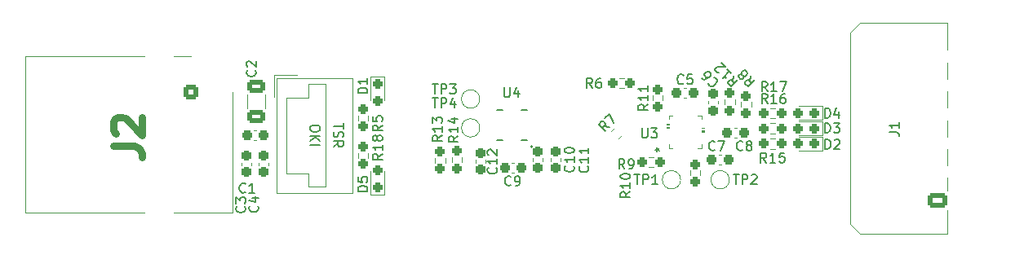
<source format=gto>
G04 #@! TF.GenerationSoftware,KiCad,Pcbnew,(6.0.8)*
G04 #@! TF.CreationDate,2022-11-19T16:18:39-06:00*
G04 #@! TF.ProjectId,NavBoard_Hardware,4e617642-6f61-4726-945f-486172647761,rev?*
G04 #@! TF.SameCoordinates,Original*
G04 #@! TF.FileFunction,Legend,Top*
G04 #@! TF.FilePolarity,Positive*
%FSLAX46Y46*%
G04 Gerber Fmt 4.6, Leading zero omitted, Abs format (unit mm)*
G04 Created by KiCad (PCBNEW (6.0.8)) date 2022-11-19 16:18:39*
%MOMM*%
%LPD*%
G01*
G04 APERTURE LIST*
G04 Aperture macros list*
%AMRoundRect*
0 Rectangle with rounded corners*
0 $1 Rounding radius*
0 $2 $3 $4 $5 $6 $7 $8 $9 X,Y pos of 4 corners*
0 Add a 4 corners polygon primitive as box body*
4,1,4,$2,$3,$4,$5,$6,$7,$8,$9,$2,$3,0*
0 Add four circle primitives for the rounded corners*
1,1,$1+$1,$2,$3*
1,1,$1+$1,$4,$5*
1,1,$1+$1,$6,$7*
1,1,$1+$1,$8,$9*
0 Add four rect primitives between the rounded corners*
20,1,$1+$1,$2,$3,$4,$5,0*
20,1,$1+$1,$4,$5,$6,$7,0*
20,1,$1+$1,$6,$7,$8,$9,0*
20,1,$1+$1,$8,$9,$2,$3,0*%
G04 Aperture macros list end*
%ADD10C,0.150000*%
%ADD11C,0.750000*%
%ADD12C,0.120000*%
%ADD13C,0.100000*%
%ADD14C,0.127000*%
%ADD15C,0.200000*%
%ADD16RoundRect,0.237500X-0.237500X0.250000X-0.237500X-0.250000X0.237500X-0.250000X0.237500X0.250000X0*%
%ADD17RoundRect,0.237500X0.300000X0.237500X-0.300000X0.237500X-0.300000X-0.237500X0.300000X-0.237500X0*%
%ADD18C,1.500000*%
%ADD19RoundRect,0.237500X-0.250000X-0.237500X0.250000X-0.237500X0.250000X0.237500X-0.250000X0.237500X0*%
%ADD20R,1.800000X1.800000*%
%ADD21C,1.800000*%
%ADD22R,0.228600X0.875000*%
%ADD23R,0.228600X1.000000*%
%ADD24R,0.850000X0.228600*%
%ADD25R,1.000000X0.228600*%
%ADD26R,0.228600X0.850000*%
%ADD27R,0.875000X0.228600*%
%ADD28RoundRect,0.237500X-0.300000X-0.237500X0.300000X-0.237500X0.300000X0.237500X-0.300000X0.237500X0*%
%ADD29RoundRect,0.237500X-0.237500X0.300000X-0.237500X-0.300000X0.237500X-0.300000X0.237500X0.300000X0*%
%ADD30RoundRect,0.250000X-0.650000X0.412500X-0.650000X-0.412500X0.650000X-0.412500X0.650000X0.412500X0*%
%ADD31RoundRect,0.237500X0.237500X-0.287500X0.237500X0.287500X-0.237500X0.287500X-0.237500X-0.287500X0*%
%ADD32R,1.200000X0.350000*%
%ADD33R,0.350000X1.200000*%
%ADD34C,6.000000*%
%ADD35RoundRect,0.237500X0.287500X0.237500X-0.287500X0.237500X-0.287500X-0.237500X0.287500X-0.237500X0*%
%ADD36RoundRect,0.237500X0.237500X-0.250000X0.237500X0.250000X-0.237500X0.250000X-0.237500X-0.250000X0*%
%ADD37RoundRect,0.237500X0.250000X0.237500X-0.250000X0.237500X-0.250000X-0.237500X0.250000X-0.237500X0*%
%ADD38RoundRect,0.237500X0.237500X-0.300000X0.237500X0.300000X-0.237500X0.300000X-0.237500X-0.300000X0*%
%ADD39C,3.000000*%
%ADD40RoundRect,0.250001X0.759999X-0.499999X0.759999X0.499999X-0.759999X0.499999X-0.759999X-0.499999X0*%
%ADD41O,2.020000X1.500000*%
%ADD42C,3.250000*%
%ADD43RoundRect,0.250500X-0.499500X0.499500X-0.499500X-0.499500X0.499500X-0.499500X0.499500X0.499500X0*%
%ADD44C,2.500000*%
%ADD45RoundRect,0.237500X0.008839X0.344715X-0.344715X-0.008839X-0.008839X-0.344715X0.344715X0.008839X0*%
%ADD46RoundRect,0.237500X-0.237500X0.287500X-0.237500X-0.287500X0.237500X-0.287500X0.237500X0.287500X0*%
%ADD47R,1.600000X1.600000*%
%ADD48C,1.600000*%
%ADD49R,1.300000X1.300000*%
%ADD50C,1.300000*%
%ADD51C,5.080000*%
G04 APERTURE END LIST*
D10*
X155702380Y-103592857D02*
X155226190Y-103926190D01*
X155702380Y-104164285D02*
X154702380Y-104164285D01*
X154702380Y-103783333D01*
X154750000Y-103688095D01*
X154797619Y-103640476D01*
X154892857Y-103592857D01*
X155035714Y-103592857D01*
X155130952Y-103640476D01*
X155178571Y-103688095D01*
X155226190Y-103783333D01*
X155226190Y-104164285D01*
X155702380Y-102640476D02*
X155702380Y-103211904D01*
X155702380Y-102926190D02*
X154702380Y-102926190D01*
X154845238Y-103021428D01*
X154940476Y-103116666D01*
X154988095Y-103211904D01*
X154702380Y-102021428D02*
X154702380Y-101926190D01*
X154750000Y-101830952D01*
X154797619Y-101783333D01*
X154892857Y-101735714D01*
X155083333Y-101688095D01*
X155321428Y-101688095D01*
X155511904Y-101735714D01*
X155607142Y-101783333D01*
X155654761Y-101830952D01*
X155702380Y-101926190D01*
X155702380Y-102021428D01*
X155654761Y-102116666D01*
X155607142Y-102164285D01*
X155511904Y-102211904D01*
X155321428Y-102259523D01*
X155083333Y-102259523D01*
X154892857Y-102211904D01*
X154797619Y-102164285D01*
X154750000Y-102116666D01*
X154702380Y-102021428D01*
X161233333Y-92307142D02*
X161185714Y-92354761D01*
X161042857Y-92402380D01*
X160947619Y-92402380D01*
X160804761Y-92354761D01*
X160709523Y-92259523D01*
X160661904Y-92164285D01*
X160614285Y-91973809D01*
X160614285Y-91830952D01*
X160661904Y-91640476D01*
X160709523Y-91545238D01*
X160804761Y-91450000D01*
X160947619Y-91402380D01*
X161042857Y-91402380D01*
X161185714Y-91450000D01*
X161233333Y-91497619D01*
X162138095Y-91402380D02*
X161661904Y-91402380D01*
X161614285Y-91878571D01*
X161661904Y-91830952D01*
X161757142Y-91783333D01*
X161995238Y-91783333D01*
X162090476Y-91830952D01*
X162138095Y-91878571D01*
X162185714Y-91973809D01*
X162185714Y-92211904D01*
X162138095Y-92307142D01*
X162090476Y-92354761D01*
X161995238Y-92402380D01*
X161757142Y-92402380D01*
X161661904Y-92354761D01*
X161614285Y-92307142D01*
X135188095Y-92402380D02*
X135759523Y-92402380D01*
X135473809Y-93402380D02*
X135473809Y-92402380D01*
X136092857Y-93402380D02*
X136092857Y-92402380D01*
X136473809Y-92402380D01*
X136569047Y-92450000D01*
X136616666Y-92497619D01*
X136664285Y-92592857D01*
X136664285Y-92735714D01*
X136616666Y-92830952D01*
X136569047Y-92878571D01*
X136473809Y-92926190D01*
X136092857Y-92926190D01*
X136997619Y-92402380D02*
X137616666Y-92402380D01*
X137283333Y-92783333D01*
X137426190Y-92783333D01*
X137521428Y-92830952D01*
X137569047Y-92878571D01*
X137616666Y-92973809D01*
X137616666Y-93211904D01*
X137569047Y-93307142D01*
X137521428Y-93354761D01*
X137426190Y-93402380D01*
X137140476Y-93402380D01*
X137045238Y-93354761D01*
X136997619Y-93307142D01*
X169957142Y-93152380D02*
X169623809Y-92676190D01*
X169385714Y-93152380D02*
X169385714Y-92152380D01*
X169766666Y-92152380D01*
X169861904Y-92200000D01*
X169909523Y-92247619D01*
X169957142Y-92342857D01*
X169957142Y-92485714D01*
X169909523Y-92580952D01*
X169861904Y-92628571D01*
X169766666Y-92676190D01*
X169385714Y-92676190D01*
X170909523Y-93152380D02*
X170338095Y-93152380D01*
X170623809Y-93152380D02*
X170623809Y-92152380D01*
X170528571Y-92295238D01*
X170433333Y-92390476D01*
X170338095Y-92438095D01*
X171242857Y-92152380D02*
X171909523Y-92152380D01*
X171480952Y-93152380D01*
X125927619Y-96475595D02*
X125927619Y-97047023D01*
X124927619Y-96761309D02*
X125927619Y-96761309D01*
X124975238Y-97332738D02*
X124927619Y-97475595D01*
X124927619Y-97713690D01*
X124975238Y-97808928D01*
X125022857Y-97856547D01*
X125118095Y-97904166D01*
X125213333Y-97904166D01*
X125308571Y-97856547D01*
X125356190Y-97808928D01*
X125403809Y-97713690D01*
X125451428Y-97523214D01*
X125499047Y-97427976D01*
X125546666Y-97380357D01*
X125641904Y-97332738D01*
X125737142Y-97332738D01*
X125832380Y-97380357D01*
X125880000Y-97427976D01*
X125927619Y-97523214D01*
X125927619Y-97761309D01*
X125880000Y-97904166D01*
X124927619Y-98904166D02*
X125403809Y-98570833D01*
X124927619Y-98332738D02*
X125927619Y-98332738D01*
X125927619Y-98713690D01*
X125880000Y-98808928D01*
X125832380Y-98856547D01*
X125737142Y-98904166D01*
X125594285Y-98904166D01*
X125499047Y-98856547D01*
X125451428Y-98808928D01*
X125403809Y-98713690D01*
X125403809Y-98332738D01*
X123527619Y-96904166D02*
X123527619Y-97094642D01*
X123480000Y-97189880D01*
X123384761Y-97285119D01*
X123194285Y-97332738D01*
X122860952Y-97332738D01*
X122670476Y-97285119D01*
X122575238Y-97189880D01*
X122527619Y-97094642D01*
X122527619Y-96904166D01*
X122575238Y-96808928D01*
X122670476Y-96713690D01*
X122860952Y-96666071D01*
X123194285Y-96666071D01*
X123384761Y-96713690D01*
X123480000Y-96808928D01*
X123527619Y-96904166D01*
X122527619Y-97761309D02*
X123527619Y-97761309D01*
X122527619Y-98332738D02*
X123099047Y-97904166D01*
X123527619Y-98332738D02*
X122956190Y-97761309D01*
X122527619Y-98761309D02*
X123527619Y-98761309D01*
X156938095Y-96990950D02*
X156938095Y-97800474D01*
X156985714Y-97895712D01*
X157033333Y-97943331D01*
X157128571Y-97990950D01*
X157319047Y-97990950D01*
X157414285Y-97943331D01*
X157461904Y-97895712D01*
X157509523Y-97800474D01*
X157509523Y-96990950D01*
X157890476Y-96990950D02*
X158509523Y-96990950D01*
X158176190Y-97371903D01*
X158319047Y-97371903D01*
X158414285Y-97419522D01*
X158461904Y-97467141D01*
X158509523Y-97562379D01*
X158509523Y-97800474D01*
X158461904Y-97895712D01*
X158414285Y-97943331D01*
X158319047Y-97990950D01*
X158033333Y-97990950D01*
X157938095Y-97943331D01*
X157890476Y-97895712D01*
X158302380Y-99200000D02*
X158540476Y-99200000D01*
X158445238Y-99438095D02*
X158540476Y-99200000D01*
X158445238Y-98961904D01*
X158730952Y-99342857D02*
X158540476Y-99200000D01*
X158730952Y-99057142D01*
X158302380Y-99200000D02*
X158540476Y-99200000D01*
X158445238Y-99438095D02*
X158540476Y-99200000D01*
X158445238Y-98961904D01*
X158730952Y-99342857D02*
X158540476Y-99200000D01*
X158730952Y-99057142D01*
X115783333Y-103607142D02*
X115735714Y-103654761D01*
X115592857Y-103702380D01*
X115497619Y-103702380D01*
X115354761Y-103654761D01*
X115259523Y-103559523D01*
X115211904Y-103464285D01*
X115164285Y-103273809D01*
X115164285Y-103130952D01*
X115211904Y-102940476D01*
X115259523Y-102845238D01*
X115354761Y-102750000D01*
X115497619Y-102702380D01*
X115592857Y-102702380D01*
X115735714Y-102750000D01*
X115783333Y-102797619D01*
X116735714Y-103702380D02*
X116164285Y-103702380D01*
X116450000Y-103702380D02*
X116450000Y-102702380D01*
X116354761Y-102845238D01*
X116259523Y-102940476D01*
X116164285Y-102988095D01*
X141807142Y-101092857D02*
X141854761Y-101140476D01*
X141902380Y-101283333D01*
X141902380Y-101378571D01*
X141854761Y-101521428D01*
X141759523Y-101616666D01*
X141664285Y-101664285D01*
X141473809Y-101711904D01*
X141330952Y-101711904D01*
X141140476Y-101664285D01*
X141045238Y-101616666D01*
X140950000Y-101521428D01*
X140902380Y-101378571D01*
X140902380Y-101283333D01*
X140950000Y-101140476D01*
X140997619Y-101092857D01*
X141902380Y-100140476D02*
X141902380Y-100711904D01*
X141902380Y-100426190D02*
X140902380Y-100426190D01*
X141045238Y-100521428D01*
X141140476Y-100616666D01*
X141188095Y-100711904D01*
X140997619Y-99759523D02*
X140950000Y-99711904D01*
X140902380Y-99616666D01*
X140902380Y-99378571D01*
X140950000Y-99283333D01*
X140997619Y-99235714D01*
X141092857Y-99188095D01*
X141188095Y-99188095D01*
X141330952Y-99235714D01*
X141902380Y-99807142D01*
X141902380Y-99188095D01*
X166438095Y-101802380D02*
X167009523Y-101802380D01*
X166723809Y-102802380D02*
X166723809Y-101802380D01*
X167342857Y-102802380D02*
X167342857Y-101802380D01*
X167723809Y-101802380D01*
X167819047Y-101850000D01*
X167866666Y-101897619D01*
X167914285Y-101992857D01*
X167914285Y-102135714D01*
X167866666Y-102230952D01*
X167819047Y-102278571D01*
X167723809Y-102326190D01*
X167342857Y-102326190D01*
X168295238Y-101897619D02*
X168342857Y-101850000D01*
X168438095Y-101802380D01*
X168676190Y-101802380D01*
X168771428Y-101850000D01*
X168819047Y-101897619D01*
X168866666Y-101992857D01*
X168866666Y-102088095D01*
X168819047Y-102230952D01*
X168247619Y-102802380D01*
X168866666Y-102802380D01*
X135188095Y-93852380D02*
X135759523Y-93852380D01*
X135473809Y-94852380D02*
X135473809Y-93852380D01*
X136092857Y-94852380D02*
X136092857Y-93852380D01*
X136473809Y-93852380D01*
X136569047Y-93900000D01*
X136616666Y-93947619D01*
X136664285Y-94042857D01*
X136664285Y-94185714D01*
X136616666Y-94280952D01*
X136569047Y-94328571D01*
X136473809Y-94376190D01*
X136092857Y-94376190D01*
X137521428Y-94185714D02*
X137521428Y-94852380D01*
X137283333Y-93804761D02*
X137045238Y-94519047D01*
X137664285Y-94519047D01*
X169957142Y-94402380D02*
X169623809Y-93926190D01*
X169385714Y-94402380D02*
X169385714Y-93402380D01*
X169766666Y-93402380D01*
X169861904Y-93450000D01*
X169909523Y-93497619D01*
X169957142Y-93592857D01*
X169957142Y-93735714D01*
X169909523Y-93830952D01*
X169861904Y-93878571D01*
X169766666Y-93926190D01*
X169385714Y-93926190D01*
X170909523Y-94402380D02*
X170338095Y-94402380D01*
X170623809Y-94402380D02*
X170623809Y-93402380D01*
X170528571Y-93545238D01*
X170433333Y-93640476D01*
X170338095Y-93688095D01*
X171766666Y-93402380D02*
X171576190Y-93402380D01*
X171480952Y-93450000D01*
X171433333Y-93497619D01*
X171338095Y-93640476D01*
X171290476Y-93830952D01*
X171290476Y-94211904D01*
X171338095Y-94307142D01*
X171385714Y-94354761D01*
X171480952Y-94402380D01*
X171671428Y-94402380D01*
X171766666Y-94354761D01*
X171814285Y-94307142D01*
X171861904Y-94211904D01*
X171861904Y-93973809D01*
X171814285Y-93878571D01*
X171766666Y-93830952D01*
X171671428Y-93783333D01*
X171480952Y-93783333D01*
X171385714Y-93830952D01*
X171338095Y-93878571D01*
X171290476Y-93973809D01*
X116807142Y-90966666D02*
X116854761Y-91014285D01*
X116902380Y-91157142D01*
X116902380Y-91252380D01*
X116854761Y-91395238D01*
X116759523Y-91490476D01*
X116664285Y-91538095D01*
X116473809Y-91585714D01*
X116330952Y-91585714D01*
X116140476Y-91538095D01*
X116045238Y-91490476D01*
X115950000Y-91395238D01*
X115902380Y-91252380D01*
X115902380Y-91157142D01*
X115950000Y-91014285D01*
X115997619Y-90966666D01*
X115997619Y-90585714D02*
X115950000Y-90538095D01*
X115902380Y-90442857D01*
X115902380Y-90204761D01*
X115950000Y-90109523D01*
X115997619Y-90061904D01*
X116092857Y-90014285D01*
X116188095Y-90014285D01*
X116330952Y-90061904D01*
X116902380Y-90633333D01*
X116902380Y-90014285D01*
X128452380Y-103538095D02*
X127452380Y-103538095D01*
X127452380Y-103300000D01*
X127500000Y-103157142D01*
X127595238Y-103061904D01*
X127690476Y-103014285D01*
X127880952Y-102966666D01*
X128023809Y-102966666D01*
X128214285Y-103014285D01*
X128309523Y-103061904D01*
X128404761Y-103157142D01*
X128452380Y-103300000D01*
X128452380Y-103538095D01*
X127452380Y-102061904D02*
X127452380Y-102538095D01*
X127928571Y-102585714D01*
X127880952Y-102538095D01*
X127833333Y-102442857D01*
X127833333Y-102204761D01*
X127880952Y-102109523D01*
X127928571Y-102061904D01*
X128023809Y-102014285D01*
X128261904Y-102014285D01*
X128357142Y-102061904D01*
X128404761Y-102109523D01*
X128452380Y-102204761D01*
X128452380Y-102442857D01*
X128404761Y-102538095D01*
X128357142Y-102585714D01*
X143333333Y-102857142D02*
X143285714Y-102904761D01*
X143142857Y-102952380D01*
X143047619Y-102952380D01*
X142904761Y-102904761D01*
X142809523Y-102809523D01*
X142761904Y-102714285D01*
X142714285Y-102523809D01*
X142714285Y-102380952D01*
X142761904Y-102190476D01*
X142809523Y-102095238D01*
X142904761Y-102000000D01*
X143047619Y-101952380D01*
X143142857Y-101952380D01*
X143285714Y-102000000D01*
X143333333Y-102047619D01*
X143809523Y-102952380D02*
X144000000Y-102952380D01*
X144095238Y-102904761D01*
X144142857Y-102857142D01*
X144238095Y-102714285D01*
X144285714Y-102523809D01*
X144285714Y-102142857D01*
X144238095Y-102047619D01*
X144190476Y-102000000D01*
X144095238Y-101952380D01*
X143904761Y-101952380D01*
X143809523Y-102000000D01*
X143761904Y-102047619D01*
X143714285Y-102142857D01*
X143714285Y-102380952D01*
X143761904Y-102476190D01*
X143809523Y-102523809D01*
X143904761Y-102571428D01*
X144095238Y-102571428D01*
X144190476Y-102523809D01*
X144238095Y-102476190D01*
X144285714Y-102380952D01*
X142638095Y-92752380D02*
X142638095Y-93561904D01*
X142685714Y-93657142D01*
X142733333Y-93704761D01*
X142828571Y-93752380D01*
X143019047Y-93752380D01*
X143114285Y-93704761D01*
X143161904Y-93657142D01*
X143209523Y-93561904D01*
X143209523Y-92752380D01*
X144114285Y-93085714D02*
X144114285Y-93752380D01*
X143876190Y-92704761D02*
X143638095Y-93419047D01*
X144257142Y-93419047D01*
X192032380Y-110774523D02*
X192032380Y-109504523D01*
X192032380Y-110109285D02*
X192758095Y-110109285D01*
X192758095Y-110774523D02*
X192758095Y-109504523D01*
X193241904Y-109504523D02*
X194028095Y-109504523D01*
X193604761Y-109988333D01*
X193786190Y-109988333D01*
X193907142Y-110048809D01*
X193967619Y-110109285D01*
X194028095Y-110230238D01*
X194028095Y-110532619D01*
X193967619Y-110653571D01*
X193907142Y-110714047D01*
X193786190Y-110774523D01*
X193423333Y-110774523D01*
X193302380Y-110714047D01*
X193241904Y-110653571D01*
X175961904Y-99152380D02*
X175961904Y-98152380D01*
X176200000Y-98152380D01*
X176342857Y-98200000D01*
X176438095Y-98295238D01*
X176485714Y-98390476D01*
X176533333Y-98580952D01*
X176533333Y-98723809D01*
X176485714Y-98914285D01*
X176438095Y-99009523D01*
X176342857Y-99104761D01*
X176200000Y-99152380D01*
X175961904Y-99152380D01*
X176914285Y-98247619D02*
X176961904Y-98200000D01*
X177057142Y-98152380D01*
X177295238Y-98152380D01*
X177390476Y-98200000D01*
X177438095Y-98247619D01*
X177485714Y-98342857D01*
X177485714Y-98438095D01*
X177438095Y-98580952D01*
X176866666Y-99152380D01*
X177485714Y-99152380D01*
X167383333Y-99207142D02*
X167335714Y-99254761D01*
X167192857Y-99302380D01*
X167097619Y-99302380D01*
X166954761Y-99254761D01*
X166859523Y-99159523D01*
X166811904Y-99064285D01*
X166764285Y-98873809D01*
X166764285Y-98730952D01*
X166811904Y-98540476D01*
X166859523Y-98445238D01*
X166954761Y-98350000D01*
X167097619Y-98302380D01*
X167192857Y-98302380D01*
X167335714Y-98350000D01*
X167383333Y-98397619D01*
X167954761Y-98730952D02*
X167859523Y-98683333D01*
X167811904Y-98635714D01*
X167764285Y-98540476D01*
X167764285Y-98492857D01*
X167811904Y-98397619D01*
X167859523Y-98350000D01*
X167954761Y-98302380D01*
X168145238Y-98302380D01*
X168240476Y-98350000D01*
X168288095Y-98397619D01*
X168335714Y-98492857D01*
X168335714Y-98540476D01*
X168288095Y-98635714D01*
X168240476Y-98683333D01*
X168145238Y-98730952D01*
X167954761Y-98730952D01*
X167859523Y-98778571D01*
X167811904Y-98826190D01*
X167764285Y-98921428D01*
X167764285Y-99111904D01*
X167811904Y-99207142D01*
X167859523Y-99254761D01*
X167954761Y-99302380D01*
X168145238Y-99302380D01*
X168240476Y-99254761D01*
X168288095Y-99207142D01*
X168335714Y-99111904D01*
X168335714Y-98921428D01*
X168288095Y-98826190D01*
X168240476Y-98778571D01*
X168145238Y-98730952D01*
X130002380Y-99642857D02*
X129526190Y-99976190D01*
X130002380Y-100214285D02*
X129002380Y-100214285D01*
X129002380Y-99833333D01*
X129050000Y-99738095D01*
X129097619Y-99690476D01*
X129192857Y-99642857D01*
X129335714Y-99642857D01*
X129430952Y-99690476D01*
X129478571Y-99738095D01*
X129526190Y-99833333D01*
X129526190Y-100214285D01*
X130002380Y-98690476D02*
X130002380Y-99261904D01*
X130002380Y-98976190D02*
X129002380Y-98976190D01*
X129145238Y-99071428D01*
X129240476Y-99166666D01*
X129288095Y-99261904D01*
X129430952Y-98119047D02*
X129383333Y-98214285D01*
X129335714Y-98261904D01*
X129240476Y-98309523D01*
X129192857Y-98309523D01*
X129097619Y-98261904D01*
X129050000Y-98214285D01*
X129002380Y-98119047D01*
X129002380Y-97928571D01*
X129050000Y-97833333D01*
X129097619Y-97785714D01*
X129192857Y-97738095D01*
X129240476Y-97738095D01*
X129335714Y-97785714D01*
X129383333Y-97833333D01*
X129430952Y-97928571D01*
X129430952Y-98119047D01*
X129478571Y-98214285D01*
X129526190Y-98261904D01*
X129621428Y-98309523D01*
X129811904Y-98309523D01*
X129907142Y-98261904D01*
X129954761Y-98214285D01*
X130002380Y-98119047D01*
X130002380Y-97928571D01*
X129954761Y-97833333D01*
X129907142Y-97785714D01*
X129811904Y-97738095D01*
X129621428Y-97738095D01*
X129526190Y-97785714D01*
X129478571Y-97833333D01*
X129430952Y-97928571D01*
X155133333Y-101202380D02*
X154800000Y-100726190D01*
X154561904Y-101202380D02*
X154561904Y-100202380D01*
X154942857Y-100202380D01*
X155038095Y-100250000D01*
X155085714Y-100297619D01*
X155133333Y-100392857D01*
X155133333Y-100535714D01*
X155085714Y-100630952D01*
X155038095Y-100678571D01*
X154942857Y-100726190D01*
X154561904Y-100726190D01*
X155609523Y-101202380D02*
X155800000Y-101202380D01*
X155895238Y-101154761D01*
X155942857Y-101107142D01*
X156038095Y-100964285D01*
X156085714Y-100773809D01*
X156085714Y-100392857D01*
X156038095Y-100297619D01*
X155990476Y-100250000D01*
X155895238Y-100202380D01*
X155704761Y-100202380D01*
X155609523Y-100250000D01*
X155561904Y-100297619D01*
X155514285Y-100392857D01*
X155514285Y-100630952D01*
X155561904Y-100726190D01*
X155609523Y-100773809D01*
X155704761Y-100821428D01*
X155895238Y-100821428D01*
X155990476Y-100773809D01*
X156038095Y-100726190D01*
X156085714Y-100630952D01*
X136202380Y-97742857D02*
X135726190Y-98076190D01*
X136202380Y-98314285D02*
X135202380Y-98314285D01*
X135202380Y-97933333D01*
X135250000Y-97838095D01*
X135297619Y-97790476D01*
X135392857Y-97742857D01*
X135535714Y-97742857D01*
X135630952Y-97790476D01*
X135678571Y-97838095D01*
X135726190Y-97933333D01*
X135726190Y-98314285D01*
X136202380Y-96790476D02*
X136202380Y-97361904D01*
X136202380Y-97076190D02*
X135202380Y-97076190D01*
X135345238Y-97171428D01*
X135440476Y-97266666D01*
X135488095Y-97361904D01*
X135202380Y-96457142D02*
X135202380Y-95838095D01*
X135583333Y-96171428D01*
X135583333Y-96028571D01*
X135630952Y-95933333D01*
X135678571Y-95885714D01*
X135773809Y-95838095D01*
X136011904Y-95838095D01*
X136107142Y-95885714D01*
X136154761Y-95933333D01*
X136202380Y-96028571D01*
X136202380Y-96314285D01*
X136154761Y-96409523D01*
X136107142Y-96457142D01*
X192032380Y-85674523D02*
X192032380Y-84404523D01*
X192032380Y-85009285D02*
X192758095Y-85009285D01*
X192758095Y-85674523D02*
X192758095Y-84404523D01*
X193302380Y-84525476D02*
X193362857Y-84465000D01*
X193483809Y-84404523D01*
X193786190Y-84404523D01*
X193907142Y-84465000D01*
X193967619Y-84525476D01*
X194028095Y-84646428D01*
X194028095Y-84767380D01*
X193967619Y-84948809D01*
X193241904Y-85674523D01*
X194028095Y-85674523D01*
X175911904Y-95902380D02*
X175911904Y-94902380D01*
X176150000Y-94902380D01*
X176292857Y-94950000D01*
X176388095Y-95045238D01*
X176435714Y-95140476D01*
X176483333Y-95330952D01*
X176483333Y-95473809D01*
X176435714Y-95664285D01*
X176388095Y-95759523D01*
X176292857Y-95854761D01*
X176150000Y-95902380D01*
X175911904Y-95902380D01*
X177340476Y-95235714D02*
X177340476Y-95902380D01*
X177102380Y-94854761D02*
X176864285Y-95569047D01*
X177483333Y-95569047D01*
X175911904Y-97452380D02*
X175911904Y-96452380D01*
X176150000Y-96452380D01*
X176292857Y-96500000D01*
X176388095Y-96595238D01*
X176435714Y-96690476D01*
X176483333Y-96880952D01*
X176483333Y-97023809D01*
X176435714Y-97214285D01*
X176388095Y-97309523D01*
X176292857Y-97404761D01*
X176150000Y-97452380D01*
X175911904Y-97452380D01*
X176816666Y-96452380D02*
X177435714Y-96452380D01*
X177102380Y-96833333D01*
X177245238Y-96833333D01*
X177340476Y-96880952D01*
X177388095Y-96928571D01*
X177435714Y-97023809D01*
X177435714Y-97261904D01*
X177388095Y-97357142D01*
X177340476Y-97404761D01*
X177245238Y-97452380D01*
X176959523Y-97452380D01*
X176864285Y-97404761D01*
X176816666Y-97357142D01*
X169844642Y-100552380D02*
X169511309Y-100076190D01*
X169273214Y-100552380D02*
X169273214Y-99552380D01*
X169654166Y-99552380D01*
X169749404Y-99600000D01*
X169797023Y-99647619D01*
X169844642Y-99742857D01*
X169844642Y-99885714D01*
X169797023Y-99980952D01*
X169749404Y-100028571D01*
X169654166Y-100076190D01*
X169273214Y-100076190D01*
X170797023Y-100552380D02*
X170225595Y-100552380D01*
X170511309Y-100552380D02*
X170511309Y-99552380D01*
X170416071Y-99695238D01*
X170320833Y-99790476D01*
X170225595Y-99838095D01*
X171701785Y-99552380D02*
X171225595Y-99552380D01*
X171177976Y-100028571D01*
X171225595Y-99980952D01*
X171320833Y-99933333D01*
X171558928Y-99933333D01*
X171654166Y-99980952D01*
X171701785Y-100028571D01*
X171749404Y-100123809D01*
X171749404Y-100361904D01*
X171701785Y-100457142D01*
X171654166Y-100504761D01*
X171558928Y-100552380D01*
X171320833Y-100552380D01*
X171225595Y-100504761D01*
X171177976Y-100457142D01*
X137852380Y-97792857D02*
X137376190Y-98126190D01*
X137852380Y-98364285D02*
X136852380Y-98364285D01*
X136852380Y-97983333D01*
X136900000Y-97888095D01*
X136947619Y-97840476D01*
X137042857Y-97792857D01*
X137185714Y-97792857D01*
X137280952Y-97840476D01*
X137328571Y-97888095D01*
X137376190Y-97983333D01*
X137376190Y-98364285D01*
X137852380Y-96840476D02*
X137852380Y-97411904D01*
X137852380Y-97126190D02*
X136852380Y-97126190D01*
X136995238Y-97221428D01*
X137090476Y-97316666D01*
X137138095Y-97411904D01*
X137185714Y-95983333D02*
X137852380Y-95983333D01*
X136804761Y-96221428D02*
X137519047Y-96459523D01*
X137519047Y-95840476D01*
X115707142Y-105116666D02*
X115754761Y-105164285D01*
X115802380Y-105307142D01*
X115802380Y-105402380D01*
X115754761Y-105545238D01*
X115659523Y-105640476D01*
X115564285Y-105688095D01*
X115373809Y-105735714D01*
X115230952Y-105735714D01*
X115040476Y-105688095D01*
X114945238Y-105640476D01*
X114850000Y-105545238D01*
X114802380Y-105402380D01*
X114802380Y-105307142D01*
X114850000Y-105164285D01*
X114897619Y-105116666D01*
X114802380Y-104783333D02*
X114802380Y-104164285D01*
X115183333Y-104497619D01*
X115183333Y-104354761D01*
X115230952Y-104259523D01*
X115278571Y-104211904D01*
X115373809Y-104164285D01*
X115611904Y-104164285D01*
X115707142Y-104211904D01*
X115754761Y-104259523D01*
X115802380Y-104354761D01*
X115802380Y-104640476D01*
X115754761Y-104735714D01*
X115707142Y-104783333D01*
X151307142Y-100942857D02*
X151354761Y-100990476D01*
X151402380Y-101133333D01*
X151402380Y-101228571D01*
X151354761Y-101371428D01*
X151259523Y-101466666D01*
X151164285Y-101514285D01*
X150973809Y-101561904D01*
X150830952Y-101561904D01*
X150640476Y-101514285D01*
X150545238Y-101466666D01*
X150450000Y-101371428D01*
X150402380Y-101228571D01*
X150402380Y-101133333D01*
X150450000Y-100990476D01*
X150497619Y-100942857D01*
X151402380Y-99990476D02*
X151402380Y-100561904D01*
X151402380Y-100276190D02*
X150402380Y-100276190D01*
X150545238Y-100371428D01*
X150640476Y-100466666D01*
X150688095Y-100561904D01*
X151402380Y-99038095D02*
X151402380Y-99609523D01*
X151402380Y-99323809D02*
X150402380Y-99323809D01*
X150545238Y-99419047D01*
X150640476Y-99514285D01*
X150688095Y-99609523D01*
X164370389Y-91715312D02*
X164437732Y-91715312D01*
X164572419Y-91782656D01*
X164639763Y-91850000D01*
X164707106Y-91984687D01*
X164707106Y-92119374D01*
X164673435Y-92220389D01*
X164572419Y-92388748D01*
X164471404Y-92489763D01*
X164303045Y-92590778D01*
X164202030Y-92624450D01*
X164067343Y-92624450D01*
X163932656Y-92557106D01*
X163865312Y-92489763D01*
X163797969Y-92355076D01*
X163797969Y-92287732D01*
X163124534Y-91748984D02*
X163259221Y-91883671D01*
X163360236Y-91917343D01*
X163427580Y-91917343D01*
X163595938Y-91883671D01*
X163764297Y-91782656D01*
X164033671Y-91513282D01*
X164067343Y-91412267D01*
X164067343Y-91344923D01*
X164033671Y-91243908D01*
X163898984Y-91109221D01*
X163797969Y-91075549D01*
X163730625Y-91075549D01*
X163629610Y-91109221D01*
X163461251Y-91277580D01*
X163427580Y-91378595D01*
X163427580Y-91445938D01*
X163461251Y-91546954D01*
X163595938Y-91681641D01*
X163696954Y-91715312D01*
X163764297Y-91715312D01*
X163865312Y-91681641D01*
X182602380Y-97383333D02*
X183316666Y-97383333D01*
X183459523Y-97430952D01*
X183554761Y-97526190D01*
X183602380Y-97669047D01*
X183602380Y-97764285D01*
X183602380Y-96383333D02*
X183602380Y-96954761D01*
X183602380Y-96669047D02*
X182602380Y-96669047D01*
X182745238Y-96764285D01*
X182840476Y-96859523D01*
X182888095Y-96954761D01*
X164483333Y-99207142D02*
X164435714Y-99254761D01*
X164292857Y-99302380D01*
X164197619Y-99302380D01*
X164054761Y-99254761D01*
X163959523Y-99159523D01*
X163911904Y-99064285D01*
X163864285Y-98873809D01*
X163864285Y-98730952D01*
X163911904Y-98540476D01*
X163959523Y-98445238D01*
X164054761Y-98350000D01*
X164197619Y-98302380D01*
X164292857Y-98302380D01*
X164435714Y-98350000D01*
X164483333Y-98397619D01*
X164816666Y-98302380D02*
X165483333Y-98302380D01*
X165054761Y-99302380D01*
X117057142Y-105066666D02*
X117104761Y-105114285D01*
X117152380Y-105257142D01*
X117152380Y-105352380D01*
X117104761Y-105495238D01*
X117009523Y-105590476D01*
X116914285Y-105638095D01*
X116723809Y-105685714D01*
X116580952Y-105685714D01*
X116390476Y-105638095D01*
X116295238Y-105590476D01*
X116200000Y-105495238D01*
X116152380Y-105352380D01*
X116152380Y-105257142D01*
X116200000Y-105114285D01*
X116247619Y-105066666D01*
X116485714Y-104209523D02*
X117152380Y-104209523D01*
X116104761Y-104447619D02*
X116819047Y-104685714D01*
X116819047Y-104066666D01*
X149807142Y-100892857D02*
X149854761Y-100940476D01*
X149902380Y-101083333D01*
X149902380Y-101178571D01*
X149854761Y-101321428D01*
X149759523Y-101416666D01*
X149664285Y-101464285D01*
X149473809Y-101511904D01*
X149330952Y-101511904D01*
X149140476Y-101464285D01*
X149045238Y-101416666D01*
X148950000Y-101321428D01*
X148902380Y-101178571D01*
X148902380Y-101083333D01*
X148950000Y-100940476D01*
X148997619Y-100892857D01*
X149902380Y-99940476D02*
X149902380Y-100511904D01*
X149902380Y-100226190D02*
X148902380Y-100226190D01*
X149045238Y-100321428D01*
X149140476Y-100416666D01*
X149188095Y-100511904D01*
X148902380Y-99321428D02*
X148902380Y-99226190D01*
X148950000Y-99130952D01*
X148997619Y-99083333D01*
X149092857Y-99035714D01*
X149283333Y-98988095D01*
X149521428Y-98988095D01*
X149711904Y-99035714D01*
X149807142Y-99083333D01*
X149854761Y-99130952D01*
X149902380Y-99226190D01*
X149902380Y-99321428D01*
X149854761Y-99416666D01*
X149807142Y-99464285D01*
X149711904Y-99511904D01*
X149521428Y-99559523D01*
X149283333Y-99559523D01*
X149092857Y-99511904D01*
X148997619Y-99464285D01*
X148950000Y-99416666D01*
X148902380Y-99321428D01*
X156138095Y-101802380D02*
X156709523Y-101802380D01*
X156423809Y-102802380D02*
X156423809Y-101802380D01*
X157042857Y-102802380D02*
X157042857Y-101802380D01*
X157423809Y-101802380D01*
X157519047Y-101850000D01*
X157566666Y-101897619D01*
X157614285Y-101992857D01*
X157614285Y-102135714D01*
X157566666Y-102230952D01*
X157519047Y-102278571D01*
X157423809Y-102326190D01*
X157042857Y-102326190D01*
X158566666Y-102802380D02*
X157995238Y-102802380D01*
X158280952Y-102802380D02*
X158280952Y-101802380D01*
X158185714Y-101945238D01*
X158090476Y-102040476D01*
X157995238Y-102088095D01*
X166474450Y-91534687D02*
X166373435Y-92107106D01*
X166878511Y-91938748D02*
X166171404Y-92645854D01*
X165902030Y-92376480D01*
X165868358Y-92275465D01*
X165868358Y-92208122D01*
X165902030Y-92107106D01*
X166003045Y-92006091D01*
X166104061Y-91972419D01*
X166171404Y-91972419D01*
X166272419Y-92006091D01*
X166541793Y-92275465D01*
X165801015Y-90861251D02*
X166205076Y-91265312D01*
X166003045Y-91063282D02*
X165295938Y-91770389D01*
X165464297Y-91736717D01*
X165598984Y-91736717D01*
X165700000Y-91770389D01*
X164891877Y-91231641D02*
X164824534Y-91231641D01*
X164723519Y-91197969D01*
X164555160Y-91029610D01*
X164521488Y-90928595D01*
X164521488Y-90861251D01*
X164555160Y-90760236D01*
X164622503Y-90692893D01*
X164757190Y-90625549D01*
X165565312Y-90625549D01*
X165127580Y-90187816D01*
X100032380Y-85674523D02*
X100032380Y-84404523D01*
X100032380Y-85009285D02*
X100758095Y-85009285D01*
X100758095Y-85674523D02*
X100758095Y-84404523D01*
X102028095Y-85674523D02*
X101302380Y-85674523D01*
X101665238Y-85674523D02*
X101665238Y-84404523D01*
X101544285Y-84585952D01*
X101423333Y-84706904D01*
X101302380Y-84767380D01*
X130002380Y-96666666D02*
X129526190Y-97000000D01*
X130002380Y-97238095D02*
X129002380Y-97238095D01*
X129002380Y-96857142D01*
X129050000Y-96761904D01*
X129097619Y-96714285D01*
X129192857Y-96666666D01*
X129335714Y-96666666D01*
X129430952Y-96714285D01*
X129478571Y-96761904D01*
X129526190Y-96857142D01*
X129526190Y-97238095D01*
X129002380Y-95761904D02*
X129002380Y-96238095D01*
X129478571Y-96285714D01*
X129430952Y-96238095D01*
X129383333Y-96142857D01*
X129383333Y-95904761D01*
X129430952Y-95809523D01*
X129478571Y-95761904D01*
X129573809Y-95714285D01*
X129811904Y-95714285D01*
X129907142Y-95761904D01*
X129954761Y-95809523D01*
X130002380Y-95904761D01*
X130002380Y-96142857D01*
X129954761Y-96238095D01*
X129907142Y-96285714D01*
D11*
X102052142Y-98820000D02*
X104195000Y-98820000D01*
X104623571Y-98962857D01*
X104909285Y-99248571D01*
X105052142Y-99677142D01*
X105052142Y-99962857D01*
X102337857Y-97534285D02*
X102195000Y-97391428D01*
X102052142Y-97105714D01*
X102052142Y-96391428D01*
X102195000Y-96105714D01*
X102337857Y-95962857D01*
X102623571Y-95820000D01*
X102909285Y-95820000D01*
X103337857Y-95962857D01*
X105052142Y-97677142D01*
X105052142Y-95820000D01*
D10*
X100032380Y-110774523D02*
X100032380Y-109504523D01*
X100032380Y-110109285D02*
X100758095Y-110109285D01*
X100758095Y-110774523D02*
X100758095Y-109504523D01*
X101907142Y-109927857D02*
X101907142Y-110774523D01*
X101604761Y-109444047D02*
X101302380Y-110351190D01*
X102088571Y-110351190D01*
X168237732Y-91547969D02*
X168136717Y-92120389D01*
X168641793Y-91952030D02*
X167934687Y-92659137D01*
X167665312Y-92389763D01*
X167631641Y-92288748D01*
X167631641Y-92221404D01*
X167665312Y-92120389D01*
X167766328Y-92019374D01*
X167867343Y-91985702D01*
X167934687Y-91985702D01*
X168035702Y-92019374D01*
X168305076Y-92288748D01*
X167429610Y-91547969D02*
X167463282Y-91648984D01*
X167463282Y-91716328D01*
X167429610Y-91817343D01*
X167395938Y-91851015D01*
X167294923Y-91884687D01*
X167227580Y-91884687D01*
X167126564Y-91851015D01*
X166991877Y-91716328D01*
X166958206Y-91615312D01*
X166958206Y-91547969D01*
X166991877Y-91446954D01*
X167025549Y-91413282D01*
X167126564Y-91379610D01*
X167193908Y-91379610D01*
X167294923Y-91413282D01*
X167429610Y-91547969D01*
X167530625Y-91581641D01*
X167597969Y-91581641D01*
X167698984Y-91547969D01*
X167833671Y-91413282D01*
X167867343Y-91312267D01*
X167867343Y-91244923D01*
X167833671Y-91143908D01*
X167698984Y-91009221D01*
X167597969Y-90975549D01*
X167530625Y-90975549D01*
X167429610Y-91009221D01*
X167294923Y-91143908D01*
X167261251Y-91244923D01*
X167261251Y-91312267D01*
X167294923Y-91413282D01*
X157571309Y-94493927D02*
X157095119Y-94827260D01*
X157571309Y-95065355D02*
X156571309Y-95065355D01*
X156571309Y-94684403D01*
X156618929Y-94589165D01*
X156666548Y-94541546D01*
X156761786Y-94493927D01*
X156904643Y-94493927D01*
X156999881Y-94541546D01*
X157047500Y-94589165D01*
X157095119Y-94684403D01*
X157095119Y-95065355D01*
X157571309Y-93541546D02*
X157571309Y-94112974D01*
X157571309Y-93827260D02*
X156571309Y-93827260D01*
X156714167Y-93922498D01*
X156809405Y-94017736D01*
X156857024Y-94112974D01*
X157571309Y-92589165D02*
X157571309Y-93160593D01*
X157571309Y-92874879D02*
X156571309Y-92874879D01*
X156714167Y-92970117D01*
X156809405Y-93065355D01*
X156857024Y-93160593D01*
X153552030Y-96887731D02*
X152979610Y-96786716D01*
X153147969Y-97291792D02*
X152440862Y-96584686D01*
X152710236Y-96315311D01*
X152811251Y-96281640D01*
X152878595Y-96281640D01*
X152979610Y-96315311D01*
X153080625Y-96416327D01*
X153114297Y-96517342D01*
X153114297Y-96584686D01*
X153080625Y-96685701D01*
X152811251Y-96955075D01*
X153080625Y-95944922D02*
X153552030Y-95473518D01*
X153956091Y-96483670D01*
X151783333Y-92802380D02*
X151450000Y-92326190D01*
X151211904Y-92802380D02*
X151211904Y-91802380D01*
X151592857Y-91802380D01*
X151688095Y-91850000D01*
X151735714Y-91897619D01*
X151783333Y-91992857D01*
X151783333Y-92135714D01*
X151735714Y-92230952D01*
X151688095Y-92278571D01*
X151592857Y-92326190D01*
X151211904Y-92326190D01*
X152640476Y-91802380D02*
X152450000Y-91802380D01*
X152354761Y-91850000D01*
X152307142Y-91897619D01*
X152211904Y-92040476D01*
X152164285Y-92230952D01*
X152164285Y-92611904D01*
X152211904Y-92707142D01*
X152259523Y-92754761D01*
X152354761Y-92802380D01*
X152545238Y-92802380D01*
X152640476Y-92754761D01*
X152688095Y-92707142D01*
X152735714Y-92611904D01*
X152735714Y-92373809D01*
X152688095Y-92278571D01*
X152640476Y-92230952D01*
X152545238Y-92183333D01*
X152354761Y-92183333D01*
X152259523Y-92230952D01*
X152211904Y-92278571D01*
X152164285Y-92373809D01*
X128452380Y-93338095D02*
X127452380Y-93338095D01*
X127452380Y-93100000D01*
X127500000Y-92957142D01*
X127595238Y-92861904D01*
X127690476Y-92814285D01*
X127880952Y-92766666D01*
X128023809Y-92766666D01*
X128214285Y-92814285D01*
X128309523Y-92861904D01*
X128404761Y-92957142D01*
X128452380Y-93100000D01*
X128452380Y-93338095D01*
X128452380Y-91814285D02*
X128452380Y-92385714D01*
X128452380Y-92100000D02*
X127452380Y-92100000D01*
X127595238Y-92195238D01*
X127690476Y-92290476D01*
X127738095Y-92385714D01*
D12*
X162971429Y-101383846D02*
X162971429Y-101893294D01*
X161926429Y-101383846D02*
X161926429Y-101893294D01*
X161545196Y-92828570D02*
X161252662Y-92828570D01*
X161545196Y-93848570D02*
X161252662Y-93848570D01*
X140105001Y-93950000D02*
G75*
G03*
X140105001Y-93950000I-950000J0D01*
G01*
X170232776Y-95922500D02*
X170742224Y-95922500D01*
X170232776Y-94877500D02*
X170742224Y-94877500D01*
X124100000Y-92397500D02*
X122320000Y-92397500D01*
X119060000Y-103707500D02*
X119060000Y-91767500D01*
X124100000Y-103067500D02*
X124100000Y-92397500D01*
X120080000Y-93787500D02*
X122320000Y-93787500D01*
X122320000Y-101667500D02*
X120080000Y-101667500D01*
X121180000Y-91437500D02*
X118730000Y-91437500D01*
X126910000Y-103707500D02*
X119060000Y-103707500D01*
X120080000Y-101667500D02*
X120080000Y-93787500D01*
X122320000Y-103067500D02*
X122320000Y-101667500D01*
X122330000Y-103067500D02*
X124100000Y-103067500D01*
X122320000Y-93787500D02*
X122320000Y-92397500D01*
X118730000Y-91437500D02*
X118730000Y-93767500D01*
X119060000Y-91767500D02*
X126910000Y-91767500D01*
X126910000Y-91767500D02*
X126910000Y-103707500D01*
X162749774Y-99025329D02*
X163112909Y-99025329D01*
X163112909Y-99025329D02*
X163112909Y-98662194D01*
X160123244Y-95672529D02*
X159760109Y-95672529D01*
X163112909Y-96035664D02*
X163112909Y-95672529D01*
X159760109Y-95672529D02*
X159760109Y-96035664D01*
X159760109Y-99025329D02*
X160123244Y-99025329D01*
X159760109Y-98662194D02*
X159760109Y-99025329D01*
X163112909Y-95672529D02*
X162749774Y-95672529D01*
G36*
X159772809Y-96939430D02*
G01*
X159518809Y-96939430D01*
X159518809Y-96558430D01*
X159772809Y-96558430D01*
X159772809Y-96939430D01*
G37*
D13*
X159772809Y-96939430D02*
X159518809Y-96939430D01*
X159518809Y-96558430D01*
X159772809Y-96558430D01*
X159772809Y-96939430D01*
G36*
X163354209Y-97339429D02*
G01*
X163100209Y-97339429D01*
X163100209Y-96958429D01*
X163354209Y-96958429D01*
X163354209Y-97339429D01*
G37*
X163354209Y-97339429D02*
X163100209Y-97339429D01*
X163100209Y-96958429D01*
X163354209Y-96958429D01*
X163354209Y-97339429D01*
D12*
X116653733Y-98210000D02*
X116946267Y-98210000D01*
X116653733Y-97190000D02*
X116946267Y-97190000D01*
X140665000Y-100266233D02*
X140665000Y-100558767D01*
X139645000Y-100266233D02*
X139645000Y-100558767D01*
X165998929Y-102338570D02*
G75*
G03*
X165998929Y-102338570I-950000J0D01*
G01*
X140105000Y-96950000D02*
G75*
G03*
X140105000Y-96950000I-950000J0D01*
G01*
X170232776Y-97522500D02*
X170742224Y-97522500D01*
X170232776Y-96477500D02*
X170742224Y-96477500D01*
X117810000Y-93488748D02*
X117810000Y-94911252D01*
X115990000Y-93488748D02*
X115990000Y-94911252D01*
X128765000Y-101425001D02*
X128765000Y-103885001D01*
X130235000Y-103885001D02*
X130235000Y-101425001D01*
X128765000Y-103885001D02*
X130235000Y-103885001D01*
X143701267Y-101578750D02*
X143408733Y-101578750D01*
X143701267Y-100558750D02*
X143408733Y-100558750D01*
D14*
X141905000Y-98200000D02*
X142465000Y-98200000D01*
X145005000Y-95100000D02*
X144445000Y-95100000D01*
X145005000Y-98200000D02*
X144445000Y-98200000D01*
X141905000Y-95100000D02*
X142465000Y-95100000D01*
D15*
X145595000Y-98900000D02*
G75*
G03*
X145595000Y-98900000I-100000J0D01*
G01*
D12*
X175647500Y-99335000D02*
X175647500Y-97865000D01*
X173187500Y-99335000D02*
X175647500Y-99335000D01*
X175647500Y-97865000D02*
X173187500Y-97865000D01*
X166502662Y-96928570D02*
X166795196Y-96928570D01*
X166502662Y-97948570D02*
X166795196Y-97948570D01*
X128522500Y-100054724D02*
X128522500Y-99545276D01*
X127477500Y-100054724D02*
X127477500Y-99545276D01*
X158154724Y-101022500D02*
X157645276Y-101022500D01*
X158154724Y-99977500D02*
X157645276Y-99977500D01*
X136522500Y-100045276D02*
X136522500Y-100554724D01*
X135477500Y-100045276D02*
X135477500Y-100554724D01*
X175647500Y-94665000D02*
X173187500Y-94665000D01*
X173187500Y-96135000D02*
X175647500Y-96135000D01*
X175647500Y-96135000D02*
X175647500Y-94665000D01*
X175647500Y-96265000D02*
X173187500Y-96265000D01*
X173187500Y-97735000D02*
X175647500Y-97735000D01*
X175647500Y-97735000D02*
X175647500Y-96265000D01*
X170232776Y-99122500D02*
X170742224Y-99122500D01*
X170232776Y-98077500D02*
X170742224Y-98077500D01*
X138277501Y-99995276D02*
X138277501Y-100504724D01*
X137232501Y-99995276D02*
X137232501Y-100504724D01*
X115390000Y-100553733D02*
X115390000Y-100846267D01*
X116410000Y-100553733D02*
X116410000Y-100846267D01*
X147445000Y-100103733D02*
X147445000Y-100396267D01*
X148465000Y-100103733D02*
X148465000Y-100396267D01*
X163838929Y-94422337D02*
X163838929Y-94129803D01*
X164858929Y-94422337D02*
X164858929Y-94129803D01*
X179540000Y-107935000D02*
X178540000Y-106935000D01*
X178540000Y-87065000D02*
X179540000Y-86065000D01*
X188660000Y-97848233D02*
X188660000Y-96151767D01*
X188660000Y-107935000D02*
X188660000Y-105510000D01*
X188660000Y-94848233D02*
X188660000Y-93151767D01*
X188660000Y-107935000D02*
X179540000Y-107935000D01*
X179540000Y-86065000D02*
X188660000Y-86065000D01*
X188660000Y-100848233D02*
X188660000Y-99151767D01*
X188660000Y-91848233D02*
X188660000Y-90151767D01*
X188660000Y-103490000D02*
X188660000Y-102151767D01*
X188660000Y-86065000D02*
X188660000Y-88848233D01*
X178540000Y-106935000D02*
X178540000Y-87065000D01*
X164902662Y-99728570D02*
X165195196Y-99728570D01*
X164902662Y-100748570D02*
X165195196Y-100748570D01*
X118210000Y-100553733D02*
X118210000Y-100846267D01*
X117190000Y-100553733D02*
X117190000Y-100846267D01*
X146665000Y-100103734D02*
X146665000Y-100396268D01*
X145645000Y-100103734D02*
X145645000Y-100396268D01*
X160950000Y-102338570D02*
G75*
G03*
X160950000Y-102338570I-950000J0D01*
G01*
X166571429Y-94493294D02*
X166571429Y-93983846D01*
X165526429Y-94493294D02*
X165526429Y-93983846D01*
X127477500Y-96154724D02*
X127477500Y-95645276D01*
X128522500Y-96154724D02*
X128522500Y-95645276D01*
X110125000Y-89530000D02*
X108315000Y-89530000D01*
X114435000Y-105760000D02*
X108315000Y-105760000D01*
X114435000Y-93200000D02*
X114435000Y-105760000D01*
X92915000Y-105760000D02*
X92915000Y-89530000D01*
X105335000Y-105760000D02*
X92915000Y-105760000D01*
X105325000Y-89530000D02*
X92915000Y-89530000D01*
X167226429Y-94780794D02*
X167226429Y-94271346D01*
X168271429Y-94780794D02*
X168271429Y-94271346D01*
X158026429Y-94105794D02*
X158026429Y-93596346D01*
X159071429Y-94105794D02*
X159071429Y-93596346D01*
X154110654Y-96950420D02*
X153750420Y-97310654D01*
X154849580Y-97689346D02*
X154489346Y-98049580D01*
X154545276Y-92822500D02*
X155054724Y-92822500D01*
X154545276Y-91777500D02*
X155054724Y-91777500D01*
X128765000Y-91614999D02*
X128765000Y-94074999D01*
X130235000Y-91614999D02*
X128765000Y-91614999D01*
X130235000Y-94074999D02*
X130235000Y-91614999D01*
%LPC*%
D16*
X162448929Y-100726070D03*
X162448929Y-102551070D03*
D17*
X162261429Y-93338570D03*
X160536429Y-93338570D03*
D18*
X139155001Y-93950000D03*
D19*
X169575000Y-95400000D03*
X171400000Y-95400000D03*
D20*
X121180000Y-95187500D03*
D21*
X121180000Y-97727500D03*
X121180000Y-100267500D03*
D22*
X160436508Y-99048570D03*
D23*
X160836510Y-98988570D03*
X161236509Y-98988570D03*
X161636509Y-98988570D03*
X162036508Y-98988570D03*
D22*
X162436510Y-99048570D03*
D24*
X163123929Y-98348930D03*
D25*
X163048929Y-97948928D03*
X163048929Y-97548929D03*
X163048929Y-97148929D03*
X163048929Y-96748930D03*
D24*
X163123929Y-96348928D03*
D26*
X162436510Y-95663570D03*
D23*
X162036508Y-95738570D03*
X161636509Y-95738570D03*
X161236509Y-95738570D03*
X160836510Y-95738570D03*
D26*
X160436508Y-95663570D03*
D27*
X159738929Y-96348928D03*
D25*
X159798929Y-96748930D03*
X159798929Y-97148929D03*
X159798929Y-97548929D03*
X159798929Y-97948928D03*
D27*
X159738929Y-98348930D03*
D28*
X115937500Y-97700000D03*
X117662500Y-97700000D03*
D29*
X140155000Y-99550000D03*
X140155000Y-101275000D03*
D18*
X165048929Y-102338570D03*
X139155000Y-96950000D03*
D19*
X169575000Y-97000000D03*
X171400000Y-97000000D03*
D30*
X116900000Y-92637500D03*
X116900000Y-95762500D03*
D31*
X129500000Y-103100001D03*
X129500000Y-101350001D03*
D17*
X144417500Y-101068750D03*
X142692500Y-101068750D03*
D32*
X145045000Y-97650000D03*
X145045000Y-97150000D03*
X145045000Y-96650000D03*
X145045000Y-96150000D03*
X145045000Y-95650000D03*
D33*
X143955000Y-95050000D03*
X143455000Y-95050000D03*
X142955000Y-95050000D03*
D32*
X141845000Y-95650000D03*
X141845000Y-96150000D03*
X141845000Y-96650000D03*
X141845000Y-97150000D03*
X141845000Y-97650000D03*
D33*
X142955000Y-98250000D03*
X143455000Y-98250000D03*
X143955000Y-98250000D03*
D34*
X193000000Y-110200000D03*
D35*
X174862500Y-98600000D03*
X173112500Y-98600000D03*
D28*
X165786429Y-97438570D03*
X167511429Y-97438570D03*
D36*
X128000000Y-100712500D03*
X128000000Y-98887500D03*
D37*
X158812500Y-100500000D03*
X156987500Y-100500000D03*
D16*
X136000000Y-99387500D03*
X136000000Y-101212500D03*
D34*
X193000000Y-85100000D03*
D35*
X174862500Y-95400000D03*
X173112500Y-95400000D03*
X174862500Y-97000000D03*
X173112500Y-97000000D03*
D19*
X169575000Y-98600000D03*
X171400000Y-98600000D03*
D16*
X137755001Y-99337500D03*
X137755001Y-101162500D03*
D29*
X115900000Y-99837500D03*
X115900000Y-101562500D03*
X147955000Y-99387500D03*
X147955000Y-101112500D03*
D38*
X164348929Y-95138570D03*
X164348929Y-93413570D03*
D39*
X183250000Y-102350000D03*
X183250000Y-91650000D03*
D40*
X187570000Y-104500000D03*
D41*
X187570000Y-101500000D03*
X187570000Y-98500000D03*
X187570000Y-95500000D03*
X187570000Y-92500000D03*
X187570000Y-89500000D03*
D28*
X164186429Y-100238570D03*
X165911429Y-100238570D03*
D29*
X117700000Y-99837500D03*
X117700000Y-101562500D03*
X146155000Y-99387501D03*
X146155000Y-101112501D03*
D18*
X160000000Y-102338570D03*
D36*
X166048929Y-95151070D03*
X166048929Y-93326070D03*
D34*
X101000000Y-85100000D03*
D36*
X128000000Y-96812500D03*
X128000000Y-94987500D03*
D42*
X103775000Y-91930000D03*
X103775000Y-103360000D03*
D43*
X110125000Y-93200000D03*
D18*
X112665000Y-94470000D03*
X110125000Y-95740000D03*
X112665000Y-97010000D03*
X110125000Y-98280000D03*
X112665000Y-99550000D03*
X110125000Y-100820000D03*
X112665000Y-102090000D03*
X98695000Y-91320000D03*
X100395000Y-93860000D03*
X98695000Y-101430000D03*
X100395000Y-103970000D03*
D44*
X106825000Y-105520000D03*
X106825000Y-89770000D03*
D34*
X101000000Y-110200000D03*
D36*
X167748929Y-95438570D03*
X167748929Y-93613570D03*
X158548929Y-94763570D03*
X158548929Y-92938570D03*
D45*
X154945235Y-96854765D03*
X153654765Y-98145235D03*
D19*
X153887500Y-92300000D03*
X155712500Y-92300000D03*
D46*
X129500000Y-92399999D03*
X129500000Y-94149999D03*
D47*
X118250200Y-90000000D03*
D48*
X120790200Y-90000000D03*
X123330200Y-90000000D03*
X125870200Y-90000000D03*
X128410200Y-90000000D03*
X130950200Y-90000000D03*
X133490200Y-90000000D03*
X136030200Y-90000000D03*
X138570200Y-90000000D03*
X141110200Y-90000000D03*
X143650200Y-90000000D03*
X146190200Y-90000000D03*
X148730200Y-90000000D03*
X151270200Y-90000000D03*
X153810200Y-90000000D03*
X156350200Y-90000000D03*
X158890200Y-90000000D03*
X161430200Y-90000000D03*
X163970200Y-90000000D03*
X166510200Y-90000000D03*
X169050200Y-90000000D03*
X171590200Y-90000000D03*
X174130200Y-90000000D03*
X176670200Y-90000000D03*
X176670200Y-105240000D03*
X174130200Y-105240000D03*
X171590200Y-105240000D03*
X169050200Y-105240000D03*
X166510200Y-105240000D03*
X163970200Y-105240000D03*
X161430200Y-105240000D03*
X158890200Y-105240000D03*
X156350200Y-105240000D03*
X153810200Y-105240000D03*
X151270200Y-105240000D03*
X148730200Y-105240000D03*
X146190200Y-105240000D03*
X143650200Y-105240000D03*
X141110200Y-105240000D03*
X138570200Y-105240000D03*
X136030200Y-105240000D03*
X133490200Y-105240000D03*
X130950200Y-105240000D03*
X128410200Y-105240000D03*
X125870200Y-105240000D03*
X123330200Y-105240000D03*
X120790200Y-105240000D03*
X118250200Y-105240000D03*
D49*
X131220200Y-102801600D03*
D50*
X131220200Y-100801600D03*
X131220200Y-98801600D03*
X133220200Y-98801600D03*
X133220200Y-100801600D03*
X133220200Y-102801600D03*
D51*
X193322800Y-93333000D03*
X193322800Y-101207000D03*
M02*

</source>
